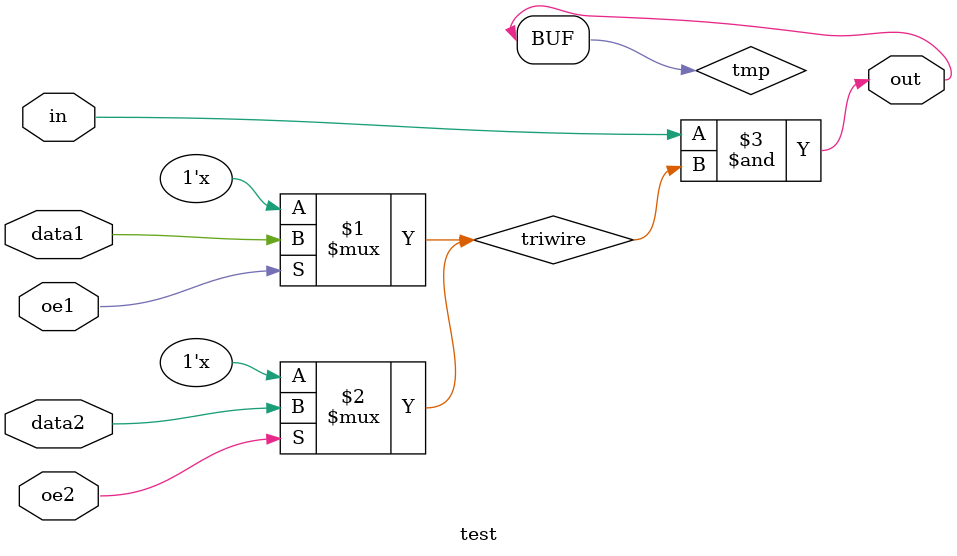
<source format=v>
`define test2

`ifdef test1

module test (input oe1, data1, in, output out, inout bidir);
wire tribuf, tmp;
assign tribuf = oe1 ? data1 : 1'bz;
and(tmp, in, tribuf);
assign bidir = tribuf;
assign out = tmp;
endmodule

`else

// In the following design, the node triwire is converted to a selector.
module test (input oe1, data1, oe2, data2, in, output out);
wire triwire, tmp;
assign triwire = oe1 ? data1 : 1'bz;
assign triwire = oe2 ? data2 : 1'bz;
and(tmp, in, triwire);
assign out = tmp;
endmodule
`endif
</source>
